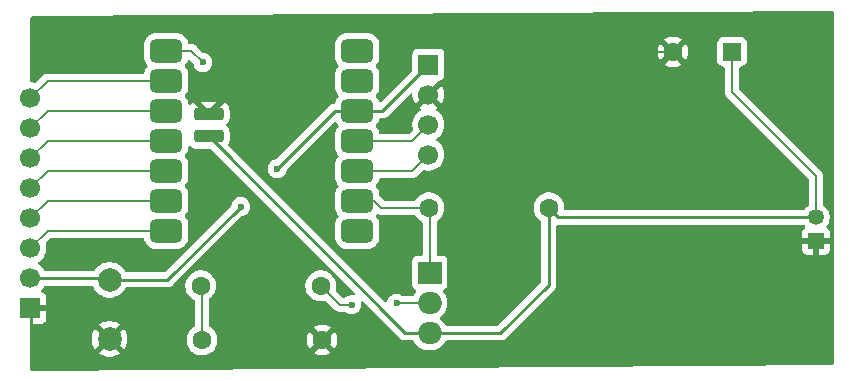
<source format=gbr>
G04 #@! TF.GenerationSoftware,KiCad,Pcbnew,9.0.4*
G04 #@! TF.CreationDate,2026-01-27T17:59:56-08:00*
G04 #@! TF.ProjectId,e-ink_PCB,652d696e-6b5f-4504-9342-2e6b69636164,rev?*
G04 #@! TF.SameCoordinates,Original*
G04 #@! TF.FileFunction,Copper,L1,Top*
G04 #@! TF.FilePolarity,Positive*
%FSLAX46Y46*%
G04 Gerber Fmt 4.6, Leading zero omitted, Abs format (unit mm)*
G04 Created by KiCad (PCBNEW 9.0.4) date 2026-01-27 17:59:56*
%MOMM*%
%LPD*%
G01*
G04 APERTURE LIST*
G04 Aperture macros list*
%AMRoundRect*
0 Rectangle with rounded corners*
0 $1 Rounding radius*
0 $2 $3 $4 $5 $6 $7 $8 $9 X,Y pos of 4 corners*
0 Add a 4 corners polygon primitive as box body*
4,1,4,$2,$3,$4,$5,$6,$7,$8,$9,$2,$3,0*
0 Add four circle primitives for the rounded corners*
1,1,$1+$1,$2,$3*
1,1,$1+$1,$4,$5*
1,1,$1+$1,$6,$7*
1,1,$1+$1,$8,$9*
0 Add four rect primitives between the rounded corners*
20,1,$1+$1,$2,$3,$4,$5,0*
20,1,$1+$1,$4,$5,$6,$7,0*
20,1,$1+$1,$6,$7,$8,$9,0*
20,1,$1+$1,$8,$9,$2,$3,0*%
G04 Aperture macros list end*
G04 #@! TA.AperFunction,ComponentPad*
%ADD10RoundRect,0.500000X-0.875000X-0.500000X0.875000X-0.500000X0.875000X0.500000X-0.875000X0.500000X0*%
G04 #@! TD*
G04 #@! TA.AperFunction,ComponentPad*
%ADD11RoundRect,0.275000X0.975000X0.275000X-0.975000X0.275000X-0.975000X-0.275000X0.975000X-0.275000X0*%
G04 #@! TD*
G04 #@! TA.AperFunction,ComponentPad*
%ADD12C,1.700000*%
G04 #@! TD*
G04 #@! TA.AperFunction,ComponentPad*
%ADD13R,1.700000X1.700000*%
G04 #@! TD*
G04 #@! TA.AperFunction,ComponentPad*
%ADD14RoundRect,0.250000X0.550000X0.550000X-0.550000X0.550000X-0.550000X-0.550000X0.550000X-0.550000X0*%
G04 #@! TD*
G04 #@! TA.AperFunction,ComponentPad*
%ADD15C,1.600000*%
G04 #@! TD*
G04 #@! TA.AperFunction,ComponentPad*
%ADD16R,2.000000X1.905000*%
G04 #@! TD*
G04 #@! TA.AperFunction,ComponentPad*
%ADD17O,2.000000X1.905000*%
G04 #@! TD*
G04 #@! TA.AperFunction,ComponentPad*
%ADD18C,2.000000*%
G04 #@! TD*
G04 #@! TA.AperFunction,ComponentPad*
%ADD19R,1.350000X1.350000*%
G04 #@! TD*
G04 #@! TA.AperFunction,ComponentPad*
%ADD20C,1.350000*%
G04 #@! TD*
G04 #@! TA.AperFunction,ViaPad*
%ADD21C,0.600000*%
G04 #@! TD*
G04 #@! TA.AperFunction,Conductor*
%ADD22C,0.200000*%
G04 #@! TD*
G04 #@! TA.AperFunction,Conductor*
%ADD23C,0.254000*%
G04 #@! TD*
G04 APERTURE END LIST*
D10*
G04 #@! TO.P,J1,2,Pin_8*
G04 #@! TO.N,Net-(J1-Pin_8)*
X88000000Y-96420000D03*
G04 #@! TO.P,J1,3,Pin_7*
G04 #@! TO.N,Net-(J2-Pin_8)*
X88000000Y-98960000D03*
G04 #@! TO.P,J1,3.3V,Pin_3*
G04 #@! TO.N,Net-(J2-Pin_2)*
X104165000Y-101500000D03*
G04 #@! TO.P,J1,4,Pin_6*
G04 #@! TO.N,Net-(J2-Pin_7)*
X88000000Y-101500000D03*
G04 #@! TO.P,J1,5,Pin_5*
G04 #@! TO.N,Net-(J2-Pin_6)*
X88000000Y-104040000D03*
G04 #@! TO.P,J1,5V,Pin_1*
G04 #@! TO.N,unconnected-(J1-Pin_1-Pad5V)*
X104165000Y-96420000D03*
G04 #@! TO.P,J1,6,Pin_4*
G04 #@! TO.N,Net-(J2-Pin_5)*
X88000000Y-106580000D03*
G04 #@! TO.P,J1,7,Pin_3*
G04 #@! TO.N,Net-(J2-Pin_4)*
X88000000Y-109120000D03*
G04 #@! TO.P,J1,8,Pin_6*
G04 #@! TO.N,Net-(Q1-G)*
X104165000Y-109120000D03*
G04 #@! TO.P,J1,9,Pin_5*
G04 #@! TO.N,Net-(J3-Pin_4)*
X104165000Y-106580000D03*
G04 #@! TO.P,J1,10,Pin_4*
G04 #@! TO.N,Net-(J3-Pin_3)*
X104165000Y-104040000D03*
G04 #@! TO.P,J1,20,Pin_7*
G04 #@! TO.N,unconnected-(J1-Pin_7-Pad20)*
X104165000Y-111660000D03*
G04 #@! TO.P,J1,21,Pin_2*
G04 #@! TO.N,Net-(J2-Pin_3)*
X88000000Y-111660000D03*
D11*
G04 #@! TO.P,J1,BAT+,Pin_1*
G04 #@! TO.N,Net-(J4-Pin_2)*
X91610000Y-103658000D03*
G04 #@! TO.P,J1,BAT-,Pin_1*
G04 #@! TO.N,GND*
X91610000Y-101753000D03*
D10*
G04 #@! TO.P,J1,GND,Pin_2*
X104165000Y-98960000D03*
G04 #@! TD*
D12*
G04 #@! TO.P,J3,GND,Pin_2*
G04 #@! TO.N,GND*
X110200000Y-100120000D03*
G04 #@! TO.P,J3,SCL,Pin_3*
G04 #@! TO.N,Net-(J3-Pin_3)*
X110200000Y-102660000D03*
G04 #@! TO.P,J3,SDA,Pin_4*
G04 #@! TO.N,Net-(J3-Pin_4)*
X110200000Y-105200000D03*
D13*
G04 #@! TO.P,J3,VIN,Pin_1*
G04 #@! TO.N,Net-(J2-Pin_2)*
X110200000Y-97580000D03*
G04 #@! TD*
D14*
G04 #@! TO.P,J4,+,Pin_2*
G04 #@! TO.N,Net-(J4-Pin_2)*
X135902651Y-96500000D03*
D15*
G04 #@! TO.P,J4,-,Pin_1*
G04 #@! TO.N,GND*
X130902651Y-96500000D03*
G04 #@! TD*
D16*
G04 #@! TO.P,Q1,1,G*
G04 #@! TO.N,Net-(Q1-G)*
X110300000Y-115220000D03*
D17*
G04 #@! TO.P,Q1,2,D*
G04 #@! TO.N,Net-(Q1-D)*
X110300000Y-117760000D03*
G04 #@! TO.P,Q1,3,S*
G04 #@! TO.N,Net-(J4-Pin_2)*
X110300000Y-120300000D03*
G04 #@! TD*
D12*
G04 #@! TO.P,J2,BUSY,Pin_8*
G04 #@! TO.N,Net-(J2-Pin_8)*
X76500000Y-100420000D03*
G04 #@! TO.P,J2,CS,Pin_7*
G04 #@! TO.N,Net-(J2-Pin_7)*
X76500000Y-102960000D03*
G04 #@! TO.P,J2,DC,Pin_6*
G04 #@! TO.N,Net-(J2-Pin_6)*
X76500000Y-105500000D03*
D13*
G04 #@! TO.P,J2,GND,Pin_1*
G04 #@! TO.N,GND*
X76500000Y-118200000D03*
D12*
G04 #@! TO.P,J2,RES,Pin_5*
G04 #@! TO.N,Net-(J2-Pin_5)*
X76500000Y-108040000D03*
G04 #@! TO.P,J2,SCL,Pin_3*
G04 #@! TO.N,Net-(J2-Pin_3)*
X76500000Y-113120000D03*
G04 #@! TO.P,J2,SDA,Pin_4*
G04 #@! TO.N,Net-(J2-Pin_4)*
X76500000Y-110580000D03*
G04 #@! TO.P,J2,VCC,Pin_2*
G04 #@! TO.N,Net-(J2-Pin_2)*
X76500000Y-115660000D03*
G04 #@! TD*
D15*
G04 #@! TO.P,R3,1*
G04 #@! TO.N,Net-(Q1-G)*
X110240000Y-109700000D03*
G04 #@! TO.P,R3,2*
G04 #@! TO.N,Net-(J4-Pin_2)*
X120400000Y-109700000D03*
G04 #@! TD*
D18*
G04 #@! TO.P,C1,1*
G04 #@! TO.N,GND*
X83200000Y-120800000D03*
G04 #@! TO.P,C1,2*
G04 #@! TO.N,Net-(J2-Pin_2)*
X83200000Y-115800000D03*
G04 #@! TD*
D19*
G04 #@! TO.P,J5,1,Pin_1*
G04 #@! TO.N,GND*
X143000000Y-112500000D03*
D20*
G04 #@! TO.P,J5,2,Pin_2*
G04 #@! TO.N,Net-(J4-Pin_2)*
X143000000Y-110500000D03*
G04 #@! TD*
D15*
G04 #@! TO.P,R1,1*
G04 #@! TO.N,Net-(J1-Pin_8)*
X90920000Y-116300000D03*
G04 #@! TO.P,R1,2*
G04 #@! TO.N,Net-(Q1-D)*
X101080000Y-116300000D03*
G04 #@! TD*
G04 #@! TO.P,R2,1*
G04 #@! TO.N,GND*
X101200000Y-120900000D03*
G04 #@! TO.P,R2,2*
G04 #@! TO.N,Net-(J1-Pin_8)*
X91040000Y-120900000D03*
G04 #@! TD*
D21*
G04 #@! TO.N,Net-(J1-Pin_8)*
X91100000Y-97400000D03*
G04 #@! TO.N,Net-(J2-Pin_2)*
X94300000Y-109600000D03*
X97400000Y-106400000D03*
G04 #@! TO.N,Net-(Q1-D)*
X107500000Y-117800000D03*
X103700000Y-117900000D03*
G04 #@! TO.N,GND*
X126100000Y-96500000D03*
X80000000Y-95000000D03*
X79500000Y-119500000D03*
X120000000Y-96500000D03*
X143000000Y-114500000D03*
X140000000Y-120000000D03*
X130000000Y-120000000D03*
X120000000Y-120000000D03*
X140000000Y-95000000D03*
X88000000Y-121500000D03*
X120000000Y-95000000D03*
X141000000Y-112500000D03*
X120000000Y-105000000D03*
X130000000Y-105000000D03*
X110000000Y-95000000D03*
G04 #@! TD*
D22*
G04 #@! TO.N,Net-(J1-Pin_8)*
X91040000Y-120900000D02*
X91040000Y-116420000D01*
X91040000Y-116420000D02*
X90920000Y-116300000D01*
X91100000Y-97400000D02*
X90120000Y-96420000D01*
X90120000Y-96420000D02*
X88000000Y-96420000D01*
D23*
G04 #@! TO.N,Net-(J2-Pin_2)*
X76500000Y-115660000D02*
X83060000Y-115660000D01*
X104165000Y-101500000D02*
X106280000Y-101500000D01*
X88100000Y-115800000D02*
X94300000Y-109600000D01*
X83200000Y-115800000D02*
X88100000Y-115800000D01*
X102300000Y-101500000D02*
X104165000Y-101500000D01*
D22*
X83060000Y-115660000D02*
X83200000Y-115800000D01*
D23*
X106280000Y-101500000D02*
X110200000Y-97580000D01*
X97400000Y-106400000D02*
X102300000Y-101500000D01*
D22*
G04 #@! TO.N,Net-(J2-Pin_3)*
X77960000Y-111660000D02*
X88000000Y-111660000D01*
X76500000Y-113120000D02*
X77960000Y-111660000D01*
G04 #@! TO.N,Net-(J2-Pin_8)*
X76500000Y-100420000D02*
X77960000Y-98960000D01*
X77960000Y-98960000D02*
X88000000Y-98960000D01*
G04 #@! TO.N,Net-(J3-Pin_3)*
X108820000Y-104040000D02*
X110200000Y-102660000D01*
X104165000Y-104040000D02*
X108820000Y-104040000D01*
G04 #@! TO.N,Net-(J3-Pin_4)*
X108820000Y-106580000D02*
X110200000Y-105200000D01*
X104165000Y-106580000D02*
X108820000Y-106580000D01*
G04 #@! TO.N,Net-(J2-Pin_4)*
X77960000Y-109120000D02*
X88000000Y-109120000D01*
X76500000Y-110580000D02*
X77960000Y-109120000D01*
G04 #@! TO.N,Net-(Q1-G)*
X104165000Y-109120000D02*
X105620000Y-109120000D01*
X106200000Y-109700000D02*
X110240000Y-109700000D01*
X105620000Y-109120000D02*
X106200000Y-109700000D01*
X110300000Y-109760000D02*
X110240000Y-109700000D01*
X110300000Y-115220000D02*
X110300000Y-109760000D01*
G04 #@! TO.N,Net-(J2-Pin_5)*
X77960000Y-106580000D02*
X88000000Y-106580000D01*
X76500000Y-108040000D02*
X77960000Y-106580000D01*
G04 #@! TO.N,Net-(J2-Pin_6)*
X76500000Y-105500000D02*
X77960000Y-104040000D01*
X77960000Y-104040000D02*
X88000000Y-104040000D01*
G04 #@! TO.N,Net-(J1-Pin_8)*
X89120000Y-96420000D02*
X88000000Y-96420000D01*
G04 #@! TO.N,Net-(J2-Pin_7)*
X77960000Y-101500000D02*
X88000000Y-101500000D01*
X76500000Y-102960000D02*
X77960000Y-101500000D01*
G04 #@! TO.N,Net-(Q1-D)*
X107540000Y-117760000D02*
X110300000Y-117760000D01*
X101080000Y-116300000D02*
X102680000Y-117900000D01*
X107500000Y-117800000D02*
X107540000Y-117760000D01*
X102680000Y-117900000D02*
X103700000Y-117900000D01*
G04 #@! TO.N,Net-(J4-Pin_2)*
X143000000Y-110500000D02*
X143000000Y-107000000D01*
D23*
X108252000Y-120300000D02*
X110300000Y-120300000D01*
D22*
X135902651Y-99902651D02*
X135902651Y-96500000D01*
D23*
X121199999Y-110499999D02*
X120400000Y-109700000D01*
X143000000Y-110500000D02*
X121199999Y-110499999D01*
X120400000Y-109700000D02*
X120400000Y-116200000D01*
X120400000Y-116200000D02*
X116300000Y-120300000D01*
X116300000Y-120300000D02*
X110300000Y-120300000D01*
D22*
X143000000Y-107000000D02*
X135902651Y-99902651D01*
D23*
X91610000Y-103658000D02*
X108252000Y-120300000D01*
D22*
G04 #@! TO.N,GND*
X113820000Y-96500000D02*
X120000000Y-96500000D01*
X120000000Y-96500000D02*
X126100000Y-96500000D01*
G04 #@! TO.N,Net-(J1-Pin_8)*
X90820000Y-120800000D02*
X91020000Y-121000000D01*
G04 #@! TO.N,GND*
X110200000Y-100120000D02*
X113820000Y-96500000D01*
X126100000Y-96500000D02*
X130902651Y-96500000D01*
G04 #@! TD*
G04 #@! TA.AperFunction,Conductor*
G04 #@! TO.N,GND*
G36*
X144442271Y-93020109D02*
G01*
X144488413Y-93072576D01*
X144500000Y-93124915D01*
X144500000Y-122876908D01*
X144480315Y-122943947D01*
X144427511Y-122989702D01*
X144376912Y-123000905D01*
X76624912Y-123499081D01*
X76557729Y-123479890D01*
X76511587Y-123427423D01*
X76500000Y-123375084D01*
X76500000Y-120681947D01*
X81700000Y-120681947D01*
X81700000Y-120918052D01*
X81736934Y-121151247D01*
X81809897Y-121375802D01*
X81917087Y-121586174D01*
X81977338Y-121669104D01*
X81977340Y-121669105D01*
X82717037Y-120929408D01*
X82734075Y-120992993D01*
X82799901Y-121107007D01*
X82892993Y-121200099D01*
X83007007Y-121265925D01*
X83070590Y-121282962D01*
X82330893Y-122022658D01*
X82413828Y-122082914D01*
X82624197Y-122190102D01*
X82848752Y-122263065D01*
X82848751Y-122263065D01*
X83081948Y-122300000D01*
X83318052Y-122300000D01*
X83551247Y-122263065D01*
X83775802Y-122190102D01*
X83986163Y-122082918D01*
X83986169Y-122082914D01*
X84069104Y-122022658D01*
X84069105Y-122022658D01*
X83329408Y-121282962D01*
X83392993Y-121265925D01*
X83507007Y-121200099D01*
X83600099Y-121107007D01*
X83665925Y-120992993D01*
X83682962Y-120929408D01*
X84422658Y-121669105D01*
X84422658Y-121669104D01*
X84482914Y-121586169D01*
X84482918Y-121586163D01*
X84590102Y-121375802D01*
X84663065Y-121151247D01*
X84700000Y-120918052D01*
X84700000Y-120681947D01*
X84663065Y-120448752D01*
X84590102Y-120224197D01*
X84482914Y-120013828D01*
X84422658Y-119930894D01*
X84422658Y-119930893D01*
X83682962Y-120670590D01*
X83665925Y-120607007D01*
X83600099Y-120492993D01*
X83507007Y-120399901D01*
X83392993Y-120334075D01*
X83329409Y-120317037D01*
X84069105Y-119577340D01*
X84069104Y-119577338D01*
X83986174Y-119517087D01*
X83775802Y-119409897D01*
X83551247Y-119336934D01*
X83551248Y-119336934D01*
X83318052Y-119300000D01*
X83081948Y-119300000D01*
X82848752Y-119336934D01*
X82624197Y-119409897D01*
X82413830Y-119517084D01*
X82330894Y-119577340D01*
X83070591Y-120317037D01*
X83007007Y-120334075D01*
X82892993Y-120399901D01*
X82799901Y-120492993D01*
X82734075Y-120607007D01*
X82717037Y-120670591D01*
X81977340Y-119930894D01*
X81917084Y-120013830D01*
X81809897Y-120224197D01*
X81736934Y-120448752D01*
X81700000Y-120681947D01*
X76500000Y-120681947D01*
X76500000Y-119680000D01*
X76500000Y-118700000D01*
X76565826Y-118700000D01*
X76692993Y-118665925D01*
X76750000Y-118633012D01*
X76750000Y-119550000D01*
X77397828Y-119550000D01*
X77397844Y-119549999D01*
X77457372Y-119543598D01*
X77457379Y-119543596D01*
X77551702Y-119508417D01*
X77592086Y-119493354D01*
X77592093Y-119493350D01*
X77707187Y-119407190D01*
X77707190Y-119407187D01*
X77793350Y-119292093D01*
X77793354Y-119292086D01*
X77843596Y-119157379D01*
X77843598Y-119157372D01*
X77849999Y-119097844D01*
X77850000Y-119097827D01*
X77850000Y-118450000D01*
X76933012Y-118450000D01*
X76965925Y-118392993D01*
X77000000Y-118265826D01*
X77000000Y-118134174D01*
X76965925Y-118007007D01*
X76933012Y-117950000D01*
X77850000Y-117950000D01*
X77850000Y-117302172D01*
X77849999Y-117302155D01*
X77843598Y-117242627D01*
X77843596Y-117242620D01*
X77793354Y-117107913D01*
X77793350Y-117107906D01*
X77707190Y-116992812D01*
X77707187Y-116992809D01*
X77592093Y-116906649D01*
X77592088Y-116906646D01*
X77460528Y-116857577D01*
X77404595Y-116815705D01*
X77380178Y-116750241D01*
X77395030Y-116681968D01*
X77416175Y-116653720D01*
X77530104Y-116539792D01*
X77537186Y-116530044D01*
X77655050Y-116367818D01*
X77661475Y-116355208D01*
X77709448Y-116304411D01*
X77771961Y-116287500D01*
X81690588Y-116287500D01*
X81757627Y-116307185D01*
X81803382Y-116359989D01*
X81808518Y-116373178D01*
X81809433Y-116375995D01*
X81844292Y-116444409D01*
X81916657Y-116586433D01*
X82055483Y-116777510D01*
X82222490Y-116944517D01*
X82413567Y-117083343D01*
X82476498Y-117115408D01*
X82624003Y-117190566D01*
X82624005Y-117190566D01*
X82624008Y-117190568D01*
X82744412Y-117229689D01*
X82848631Y-117263553D01*
X83081903Y-117300500D01*
X83081908Y-117300500D01*
X83318097Y-117300500D01*
X83551368Y-117263553D01*
X83615771Y-117242627D01*
X83775992Y-117190568D01*
X83986433Y-117083343D01*
X84177510Y-116944517D01*
X84344517Y-116777510D01*
X84483343Y-116586433D01*
X84520629Y-116513253D01*
X84529826Y-116495205D01*
X84577801Y-116444409D01*
X84640311Y-116427500D01*
X88161804Y-116427500D01*
X88161805Y-116427499D01*
X88283035Y-116403386D01*
X88368907Y-116367816D01*
X88368908Y-116367816D01*
X88397226Y-116356086D01*
X88397226Y-116356085D01*
X88397233Y-116356083D01*
X88500008Y-116287411D01*
X88587411Y-116200008D01*
X88589771Y-116197648D01*
X89619500Y-116197648D01*
X89619500Y-116402351D01*
X89651522Y-116604534D01*
X89714781Y-116799223D01*
X89769243Y-116906109D01*
X89805489Y-116977246D01*
X89807715Y-116981613D01*
X89928028Y-117147213D01*
X90072786Y-117291971D01*
X90238385Y-117412284D01*
X90238387Y-117412285D01*
X90238390Y-117412287D01*
X90371795Y-117480260D01*
X90422591Y-117528234D01*
X90439500Y-117590745D01*
X90439500Y-119670397D01*
X90419815Y-119737436D01*
X90371800Y-119780879D01*
X90358389Y-119787712D01*
X90192786Y-119908028D01*
X90048028Y-120052786D01*
X89927715Y-120218386D01*
X89834781Y-120400776D01*
X89771522Y-120595465D01*
X89739500Y-120797648D01*
X89739500Y-121002351D01*
X89771522Y-121204534D01*
X89834781Y-121399223D01*
X89898691Y-121524653D01*
X89927585Y-121581359D01*
X89927715Y-121581613D01*
X90048028Y-121747213D01*
X90192786Y-121891971D01*
X90313226Y-121979474D01*
X90358390Y-122012287D01*
X90474607Y-122071503D01*
X90540776Y-122105218D01*
X90540778Y-122105218D01*
X90540781Y-122105220D01*
X90645137Y-122139127D01*
X90735465Y-122168477D01*
X90836557Y-122184488D01*
X90937648Y-122200500D01*
X90937649Y-122200500D01*
X91142351Y-122200500D01*
X91142352Y-122200500D01*
X91344534Y-122168477D01*
X91539219Y-122105220D01*
X91721610Y-122012287D01*
X91814590Y-121944732D01*
X91887213Y-121891971D01*
X91887215Y-121891968D01*
X91887219Y-121891966D01*
X92031966Y-121747219D01*
X92031968Y-121747215D01*
X92031971Y-121747213D01*
X92105107Y-121646548D01*
X92152287Y-121581610D01*
X92245220Y-121399219D01*
X92308477Y-121204534D01*
X92340500Y-121002352D01*
X92340500Y-120797682D01*
X99900000Y-120797682D01*
X99900000Y-121002317D01*
X99932009Y-121204417D01*
X99995244Y-121399031D01*
X100088141Y-121581350D01*
X100088147Y-121581359D01*
X100120523Y-121625921D01*
X100120524Y-121625922D01*
X100800000Y-120946446D01*
X100800000Y-120952661D01*
X100827259Y-121054394D01*
X100879920Y-121145606D01*
X100954394Y-121220080D01*
X101045606Y-121272741D01*
X101147339Y-121300000D01*
X101153553Y-121300000D01*
X100474076Y-121979474D01*
X100518650Y-122011859D01*
X100700968Y-122104755D01*
X100895582Y-122167990D01*
X101097683Y-122200000D01*
X101302317Y-122200000D01*
X101504417Y-122167990D01*
X101699031Y-122104755D01*
X101881349Y-122011859D01*
X101925921Y-121979474D01*
X101246447Y-121300000D01*
X101252661Y-121300000D01*
X101354394Y-121272741D01*
X101445606Y-121220080D01*
X101520080Y-121145606D01*
X101572741Y-121054394D01*
X101600000Y-120952661D01*
X101600000Y-120946447D01*
X102279474Y-121625921D01*
X102311859Y-121581349D01*
X102404755Y-121399031D01*
X102467990Y-121204417D01*
X102500000Y-121002317D01*
X102500000Y-120797682D01*
X102467990Y-120595582D01*
X102404755Y-120400968D01*
X102311859Y-120218650D01*
X102279474Y-120174077D01*
X102279474Y-120174076D01*
X101600000Y-120853551D01*
X101600000Y-120847339D01*
X101572741Y-120745606D01*
X101520080Y-120654394D01*
X101445606Y-120579920D01*
X101354394Y-120527259D01*
X101252661Y-120500000D01*
X101246446Y-120500000D01*
X101925922Y-119820524D01*
X101925921Y-119820523D01*
X101881359Y-119788147D01*
X101881350Y-119788141D01*
X101699031Y-119695244D01*
X101504417Y-119632009D01*
X101302317Y-119600000D01*
X101097683Y-119600000D01*
X100895582Y-119632009D01*
X100700968Y-119695244D01*
X100518644Y-119788143D01*
X100474077Y-119820523D01*
X100474077Y-119820524D01*
X101153554Y-120500000D01*
X101147339Y-120500000D01*
X101045606Y-120527259D01*
X100954394Y-120579920D01*
X100879920Y-120654394D01*
X100827259Y-120745606D01*
X100800000Y-120847339D01*
X100800000Y-120853553D01*
X100120524Y-120174077D01*
X100120523Y-120174077D01*
X100088143Y-120218644D01*
X99995244Y-120400968D01*
X99932009Y-120595582D01*
X99900000Y-120797682D01*
X92340500Y-120797682D01*
X92340500Y-120797648D01*
X92325035Y-120700008D01*
X92308477Y-120595465D01*
X92260057Y-120446446D01*
X92245220Y-120400781D01*
X92245218Y-120400778D01*
X92245218Y-120400776D01*
X92193869Y-120300000D01*
X92152287Y-120218390D01*
X92120092Y-120174077D01*
X92031971Y-120052786D01*
X91887213Y-119908028D01*
X91721610Y-119787712D01*
X91708200Y-119780879D01*
X91657406Y-119732903D01*
X91640500Y-119670397D01*
X91640500Y-117447212D01*
X91660185Y-117380173D01*
X91691613Y-117346895D01*
X91767219Y-117291966D01*
X91911966Y-117147219D01*
X91911968Y-117147215D01*
X91911971Y-117147213D01*
X91996938Y-117030264D01*
X92032287Y-116981610D01*
X92125220Y-116799219D01*
X92188477Y-116604534D01*
X92220500Y-116402352D01*
X92220500Y-116197648D01*
X92188477Y-115995466D01*
X92125220Y-115800781D01*
X92125218Y-115800778D01*
X92125218Y-115800776D01*
X92091503Y-115734607D01*
X92032287Y-115618390D01*
X92024556Y-115607749D01*
X91911971Y-115452786D01*
X91767213Y-115308028D01*
X91601613Y-115187715D01*
X91601612Y-115187714D01*
X91601610Y-115187713D01*
X91511085Y-115141588D01*
X91419223Y-115094781D01*
X91224534Y-115031522D01*
X91049995Y-115003878D01*
X91022352Y-114999500D01*
X90817648Y-114999500D01*
X90793329Y-115003351D01*
X90615465Y-115031522D01*
X90420776Y-115094781D01*
X90238386Y-115187715D01*
X90072786Y-115308028D01*
X89928028Y-115452786D01*
X89807715Y-115618386D01*
X89714781Y-115800776D01*
X89651522Y-115995465D01*
X89619500Y-116197648D01*
X88589771Y-116197648D01*
X94362328Y-110425089D01*
X94423649Y-110391606D01*
X94425648Y-110391189D01*
X94533497Y-110369737D01*
X94679179Y-110309394D01*
X94810289Y-110221789D01*
X94921789Y-110110289D01*
X95009394Y-109979179D01*
X95069737Y-109833497D01*
X95100500Y-109678842D01*
X95100500Y-109521158D01*
X95100500Y-109521155D01*
X95100499Y-109521153D01*
X95089349Y-109465098D01*
X95069737Y-109366503D01*
X95038694Y-109291557D01*
X95009397Y-109220827D01*
X95009390Y-109220814D01*
X94921789Y-109089711D01*
X94921786Y-109089707D01*
X94810292Y-108978213D01*
X94810288Y-108978210D01*
X94679185Y-108890609D01*
X94679172Y-108890602D01*
X94533501Y-108830264D01*
X94533489Y-108830261D01*
X94378845Y-108799500D01*
X94378842Y-108799500D01*
X94221158Y-108799500D01*
X94221155Y-108799500D01*
X94066510Y-108830261D01*
X94066498Y-108830264D01*
X93920827Y-108890602D01*
X93920814Y-108890609D01*
X93789711Y-108978210D01*
X93789707Y-108978213D01*
X93678213Y-109089707D01*
X93678210Y-109089711D01*
X93590609Y-109220814D01*
X93590602Y-109220827D01*
X93530264Y-109366498D01*
X93530261Y-109366508D01*
X93508843Y-109474183D01*
X93476458Y-109536094D01*
X93474907Y-109537672D01*
X87876400Y-115136181D01*
X87815077Y-115169666D01*
X87788719Y-115172500D01*
X84640311Y-115172500D01*
X84573272Y-115152815D01*
X84529826Y-115104795D01*
X84514272Y-115074269D01*
X84483343Y-115013567D01*
X84344517Y-114822490D01*
X84177510Y-114655483D01*
X83986433Y-114516657D01*
X83954696Y-114500486D01*
X83775996Y-114409433D01*
X83551368Y-114336446D01*
X83318097Y-114299500D01*
X83318092Y-114299500D01*
X83081908Y-114299500D01*
X83081903Y-114299500D01*
X82848631Y-114336446D01*
X82624003Y-114409433D01*
X82413566Y-114516657D01*
X82304550Y-114595862D01*
X82222490Y-114655483D01*
X82222488Y-114655485D01*
X82222487Y-114655485D01*
X82055485Y-114822487D01*
X82055485Y-114822488D01*
X82055483Y-114822490D01*
X81952094Y-114964792D01*
X81940038Y-114981386D01*
X81884708Y-115024051D01*
X81839720Y-115032500D01*
X77771961Y-115032500D01*
X77704922Y-115012815D01*
X77661475Y-114964792D01*
X77655050Y-114952181D01*
X77530109Y-114780213D01*
X77379786Y-114629890D01*
X77207820Y-114504951D01*
X77207115Y-114504591D01*
X77199054Y-114500485D01*
X77148259Y-114452512D01*
X77131463Y-114384692D01*
X77153999Y-114318556D01*
X77199054Y-114279515D01*
X77207816Y-114275051D01*
X77284090Y-114219635D01*
X77379786Y-114150109D01*
X77379788Y-114150106D01*
X77379792Y-114150104D01*
X77530104Y-113999792D01*
X77530106Y-113999788D01*
X77530109Y-113999786D01*
X77655048Y-113827820D01*
X77655047Y-113827820D01*
X77655051Y-113827816D01*
X77751557Y-113638412D01*
X77817246Y-113436243D01*
X77850500Y-113226287D01*
X77850500Y-113013713D01*
X77817246Y-112803757D01*
X77803506Y-112761473D01*
X77801512Y-112691635D01*
X77833753Y-112635480D01*
X78172418Y-112296817D01*
X78233740Y-112263334D01*
X78260098Y-112260500D01*
X86019610Y-112260500D01*
X86086649Y-112280185D01*
X86132404Y-112332989D01*
X86138823Y-112350382D01*
X86156507Y-112412184D01*
X86191089Y-112533045D01*
X86191090Y-112533048D01*
X86191091Y-112533049D01*
X86285302Y-112713407D01*
X86285304Y-112713409D01*
X86413890Y-112871109D01*
X86507803Y-112947684D01*
X86571593Y-112999698D01*
X86751951Y-113093909D01*
X86947582Y-113149886D01*
X87066963Y-113160500D01*
X88933036Y-113160499D01*
X89052418Y-113149886D01*
X89248049Y-113093909D01*
X89428407Y-112999698D01*
X89586109Y-112871109D01*
X89714698Y-112713407D01*
X89808909Y-112533049D01*
X89864886Y-112337418D01*
X89875500Y-112218037D01*
X89875499Y-111101964D01*
X89864886Y-110982582D01*
X89816158Y-110812286D01*
X89808910Y-110786954D01*
X89808909Y-110786953D01*
X89808909Y-110786951D01*
X89714698Y-110606593D01*
X89601983Y-110468359D01*
X89574875Y-110403965D01*
X89586884Y-110335135D01*
X89601981Y-110311642D01*
X89714698Y-110173407D01*
X89808909Y-109993049D01*
X89864886Y-109797418D01*
X89875500Y-109678037D01*
X89875499Y-108561964D01*
X89864886Y-108442582D01*
X89808909Y-108246951D01*
X89714698Y-108066593D01*
X89601983Y-107928359D01*
X89574875Y-107863965D01*
X89586884Y-107795135D01*
X89601981Y-107771642D01*
X89714698Y-107633407D01*
X89808909Y-107453049D01*
X89864886Y-107257418D01*
X89875500Y-107138037D01*
X89875499Y-106021964D01*
X89864886Y-105902582D01*
X89812189Y-105718414D01*
X89808910Y-105706954D01*
X89808909Y-105706953D01*
X89808909Y-105706951D01*
X89714698Y-105526593D01*
X89601983Y-105388359D01*
X89574875Y-105323965D01*
X89586884Y-105255135D01*
X89601981Y-105231642D01*
X89714698Y-105093407D01*
X89808909Y-104913049D01*
X89864886Y-104717418D01*
X89875500Y-104598037D01*
X89875499Y-104569584D01*
X89895181Y-104502548D01*
X89947984Y-104456791D01*
X90017142Y-104446846D01*
X90080699Y-104475868D01*
X90087180Y-104481903D01*
X90148424Y-104543147D01*
X90296394Y-104636122D01*
X90461343Y-104693841D01*
X90461349Y-104693841D01*
X90461351Y-104693842D01*
X90502750Y-104698506D01*
X90591442Y-104708499D01*
X90591445Y-104708500D01*
X90591448Y-104708500D01*
X91721719Y-104708500D01*
X91788758Y-104728185D01*
X91809400Y-104744819D01*
X103970690Y-116906109D01*
X104004175Y-116967432D01*
X103999191Y-117037124D01*
X103957319Y-117093057D01*
X103891855Y-117117474D01*
X103858819Y-117115408D01*
X103778842Y-117099500D01*
X103621158Y-117099500D01*
X103621155Y-117099500D01*
X103466510Y-117130261D01*
X103466498Y-117130264D01*
X103320827Y-117190602D01*
X103320814Y-117190609D01*
X103189125Y-117278602D01*
X103171078Y-117284252D01*
X103155169Y-117294477D01*
X103124207Y-117298928D01*
X103122447Y-117299480D01*
X103120234Y-117299500D01*
X102980098Y-117299500D01*
X102913059Y-117279815D01*
X102892417Y-117263181D01*
X102374077Y-116744841D01*
X102340592Y-116683518D01*
X102343827Y-116618842D01*
X102348477Y-116604534D01*
X102380500Y-116402352D01*
X102380500Y-116197648D01*
X102348477Y-115995466D01*
X102285220Y-115800781D01*
X102285218Y-115800778D01*
X102285218Y-115800776D01*
X102251503Y-115734607D01*
X102192287Y-115618390D01*
X102184556Y-115607749D01*
X102071971Y-115452786D01*
X101927213Y-115308028D01*
X101761613Y-115187715D01*
X101761612Y-115187714D01*
X101761610Y-115187713D01*
X101671085Y-115141588D01*
X101579223Y-115094781D01*
X101384534Y-115031522D01*
X101209995Y-115003878D01*
X101182352Y-114999500D01*
X100977648Y-114999500D01*
X100953329Y-115003351D01*
X100775465Y-115031522D01*
X100580776Y-115094781D01*
X100398386Y-115187715D01*
X100232786Y-115308028D01*
X100088028Y-115452786D01*
X99967715Y-115618386D01*
X99874781Y-115800776D01*
X99811522Y-115995465D01*
X99779500Y-116197648D01*
X99779500Y-116402351D01*
X99811522Y-116604534D01*
X99874781Y-116799223D01*
X99929243Y-116906109D01*
X99965489Y-116977246D01*
X99967715Y-116981613D01*
X100088028Y-117147213D01*
X100232786Y-117291971D01*
X100387749Y-117404556D01*
X100398390Y-117412287D01*
X100514607Y-117471503D01*
X100580776Y-117505218D01*
X100580778Y-117505218D01*
X100580781Y-117505220D01*
X100651611Y-117528234D01*
X100775465Y-117568477D01*
X100876557Y-117584488D01*
X100977648Y-117600500D01*
X100977649Y-117600500D01*
X101182351Y-117600500D01*
X101182352Y-117600500D01*
X101384534Y-117568477D01*
X101398842Y-117563827D01*
X101468679Y-117561831D01*
X101524841Y-117594077D01*
X102311284Y-118380520D01*
X102311286Y-118380521D01*
X102311290Y-118380524D01*
X102431628Y-118450000D01*
X102448216Y-118459577D01*
X102600943Y-118500501D01*
X102600945Y-118500501D01*
X102766654Y-118500501D01*
X102766670Y-118500500D01*
X103120234Y-118500500D01*
X103187273Y-118520185D01*
X103189125Y-118521398D01*
X103320814Y-118609390D01*
X103320827Y-118609397D01*
X103434722Y-118656573D01*
X103466503Y-118669737D01*
X103618644Y-118700000D01*
X103621153Y-118700499D01*
X103621156Y-118700500D01*
X103621158Y-118700500D01*
X103778844Y-118700500D01*
X103778845Y-118700499D01*
X103933497Y-118669737D01*
X104079179Y-118609394D01*
X104210289Y-118521789D01*
X104321789Y-118410289D01*
X104409394Y-118279179D01*
X104469737Y-118133497D01*
X104500500Y-117978842D01*
X104500500Y-117821158D01*
X104500500Y-117821155D01*
X104484592Y-117741182D01*
X104490819Y-117671590D01*
X104533682Y-117616413D01*
X104599572Y-117593168D01*
X104667569Y-117609236D01*
X104693890Y-117629309D01*
X107764589Y-120700008D01*
X107810187Y-120745606D01*
X107851994Y-120787413D01*
X107851996Y-120787414D01*
X107954756Y-120856076D01*
X107954760Y-120856078D01*
X107954767Y-120856083D01*
X108010232Y-120879057D01*
X108068965Y-120903385D01*
X108068969Y-120903385D01*
X108068970Y-120903386D01*
X108190194Y-120927500D01*
X108190197Y-120927500D01*
X108313803Y-120927500D01*
X108865500Y-120927500D01*
X108932539Y-120947185D01*
X108975983Y-120995203D01*
X109009783Y-121061538D01*
X109144214Y-121246566D01*
X109305934Y-121408286D01*
X109490962Y-121542717D01*
X109654259Y-121625921D01*
X109694744Y-121646549D01*
X109912251Y-121717221D01*
X109912252Y-121717221D01*
X109912255Y-121717222D01*
X110138146Y-121753000D01*
X110138147Y-121753000D01*
X110461853Y-121753000D01*
X110461854Y-121753000D01*
X110687745Y-121717222D01*
X110687748Y-121717221D01*
X110687749Y-121717221D01*
X110905255Y-121646549D01*
X110905255Y-121646548D01*
X110905258Y-121646548D01*
X111109038Y-121542717D01*
X111294066Y-121408286D01*
X111455786Y-121246566D01*
X111590217Y-121061538D01*
X111624016Y-120995203D01*
X111671989Y-120944409D01*
X111734500Y-120927500D01*
X116361804Y-120927500D01*
X116361805Y-120927499D01*
X116483035Y-120903386D01*
X116563784Y-120869937D01*
X116597233Y-120856083D01*
X116700008Y-120787411D01*
X116787411Y-120700008D01*
X120887411Y-116600008D01*
X120956083Y-116497233D01*
X120956084Y-116497230D01*
X120956086Y-116497227D01*
X120977963Y-116444409D01*
X120990786Y-116413452D01*
X121003386Y-116383034D01*
X121027500Y-116261803D01*
X121027500Y-116138196D01*
X121027500Y-111251499D01*
X121047185Y-111184460D01*
X121099989Y-111138705D01*
X121151500Y-111127499D01*
X141939726Y-111127499D01*
X141944975Y-111129040D01*
X141950337Y-111127954D01*
X141978141Y-111138779D01*
X142006765Y-111147184D01*
X142011699Y-111151844D01*
X142015446Y-111153303D01*
X142040044Y-111178614D01*
X142078840Y-111232012D01*
X142102320Y-111297818D01*
X142086495Y-111365872D01*
X142052833Y-111404164D01*
X141967809Y-111467813D01*
X141881649Y-111582906D01*
X141881645Y-111582913D01*
X141831403Y-111717620D01*
X141831401Y-111717627D01*
X141825000Y-111777155D01*
X141825000Y-112250000D01*
X142684314Y-112250000D01*
X142679920Y-112254394D01*
X142627259Y-112345606D01*
X142600000Y-112447339D01*
X142600000Y-112552661D01*
X142627259Y-112654394D01*
X142679920Y-112745606D01*
X142684314Y-112750000D01*
X141825000Y-112750000D01*
X141825000Y-113222844D01*
X141831401Y-113282372D01*
X141831403Y-113282379D01*
X141881645Y-113417086D01*
X141881649Y-113417093D01*
X141967809Y-113532187D01*
X141967812Y-113532190D01*
X142082906Y-113618350D01*
X142082913Y-113618354D01*
X142217620Y-113668596D01*
X142217627Y-113668598D01*
X142277155Y-113674999D01*
X142277172Y-113675000D01*
X142750000Y-113675000D01*
X142750000Y-112815686D01*
X142754394Y-112820080D01*
X142845606Y-112872741D01*
X142947339Y-112900000D01*
X143052661Y-112900000D01*
X143154394Y-112872741D01*
X143245606Y-112820080D01*
X143250000Y-112815686D01*
X143250000Y-113675000D01*
X143722828Y-113675000D01*
X143722844Y-113674999D01*
X143782372Y-113668598D01*
X143782379Y-113668596D01*
X143917086Y-113618354D01*
X143917093Y-113618350D01*
X144032187Y-113532190D01*
X144032190Y-113532187D01*
X144118350Y-113417093D01*
X144118354Y-113417086D01*
X144168596Y-113282379D01*
X144168598Y-113282372D01*
X144174999Y-113222844D01*
X144175000Y-113222827D01*
X144175000Y-112750000D01*
X143315686Y-112750000D01*
X143320080Y-112745606D01*
X143372741Y-112654394D01*
X143400000Y-112552661D01*
X143400000Y-112447339D01*
X143372741Y-112345606D01*
X143320080Y-112254394D01*
X143315686Y-112250000D01*
X144175000Y-112250000D01*
X144175000Y-111777172D01*
X144174999Y-111777155D01*
X144168598Y-111717627D01*
X144168596Y-111717620D01*
X144118354Y-111582913D01*
X144118350Y-111582906D01*
X144032190Y-111467812D01*
X143947166Y-111404162D01*
X143905296Y-111348228D01*
X143900312Y-111278536D01*
X143921157Y-111232015D01*
X144005378Y-111116096D01*
X144089379Y-110951235D01*
X144146555Y-110775264D01*
X144175500Y-110592514D01*
X144175500Y-110407486D01*
X144146555Y-110224736D01*
X144104556Y-110095475D01*
X144089380Y-110048767D01*
X144089379Y-110048764D01*
X144005377Y-109883903D01*
X143896621Y-109734213D01*
X143765787Y-109603379D01*
X143651615Y-109520428D01*
X143608949Y-109465098D01*
X143600500Y-109420110D01*
X143600500Y-106920943D01*
X143597647Y-106910293D01*
X143562516Y-106779185D01*
X143559577Y-106768215D01*
X143518595Y-106697232D01*
X143518595Y-106697231D01*
X143480524Y-106631290D01*
X143480521Y-106631286D01*
X143480520Y-106631284D01*
X143368716Y-106519480D01*
X143368715Y-106519479D01*
X143364385Y-106515149D01*
X143364374Y-106515139D01*
X136539470Y-99690235D01*
X136505985Y-99628912D01*
X136503151Y-99602554D01*
X136503151Y-97912162D01*
X136522836Y-97845123D01*
X136575640Y-97799368D01*
X136601203Y-97790907D01*
X136605439Y-97789999D01*
X136605448Y-97789999D01*
X136771985Y-97734814D01*
X136921307Y-97642712D01*
X137045363Y-97518656D01*
X137137465Y-97369334D01*
X137192650Y-97202797D01*
X137203151Y-97100009D01*
X137203150Y-95899992D01*
X137192650Y-95797203D01*
X137137465Y-95630666D01*
X137045363Y-95481344D01*
X136921307Y-95357288D01*
X136771985Y-95265186D01*
X136605448Y-95210001D01*
X136605446Y-95210000D01*
X136502661Y-95199500D01*
X135302649Y-95199500D01*
X135302632Y-95199501D01*
X135199854Y-95210000D01*
X135199851Y-95210001D01*
X135033319Y-95265185D01*
X135033314Y-95265187D01*
X134883993Y-95357289D01*
X134759940Y-95481342D01*
X134667838Y-95630663D01*
X134667837Y-95630666D01*
X134612652Y-95797203D01*
X134612652Y-95797204D01*
X134612651Y-95797204D01*
X134602151Y-95899983D01*
X134602151Y-97100001D01*
X134602152Y-97100018D01*
X134612651Y-97202796D01*
X134612652Y-97202799D01*
X134651871Y-97321153D01*
X134667837Y-97369334D01*
X134759939Y-97518656D01*
X134883995Y-97642712D01*
X135033317Y-97734814D01*
X135199854Y-97789999D01*
X135199860Y-97789999D01*
X135204099Y-97790907D01*
X135265535Y-97824185D01*
X135299227Y-97885394D01*
X135302151Y-97912162D01*
X135302151Y-99815981D01*
X135302150Y-99815999D01*
X135302150Y-99981705D01*
X135302149Y-99981705D01*
X135323524Y-100061476D01*
X135343074Y-100134436D01*
X135353006Y-100151639D01*
X135372009Y-100184551D01*
X135372010Y-100184555D01*
X135372011Y-100184555D01*
X135389956Y-100215638D01*
X135422130Y-100271365D01*
X135422132Y-100271368D01*
X135541000Y-100390236D01*
X135541006Y-100390241D01*
X142363181Y-107212416D01*
X142396666Y-107273739D01*
X142399500Y-107300097D01*
X142399500Y-109420110D01*
X142379815Y-109487149D01*
X142348385Y-109520428D01*
X142234216Y-109603376D01*
X142234210Y-109603381D01*
X142103381Y-109734210D01*
X142103374Y-109734219D01*
X142040043Y-109821385D01*
X141984713Y-109864051D01*
X141939726Y-109872499D01*
X121824500Y-109872499D01*
X121757461Y-109852814D01*
X121711706Y-109800010D01*
X121700500Y-109748499D01*
X121700500Y-109597648D01*
X121668477Y-109395465D01*
X121605218Y-109200776D01*
X121571503Y-109134607D01*
X121512287Y-109018390D01*
X121483097Y-108978213D01*
X121391971Y-108852786D01*
X121247213Y-108708028D01*
X121081613Y-108587715D01*
X121081612Y-108587714D01*
X121081610Y-108587713D01*
X121024104Y-108558412D01*
X120899223Y-108494781D01*
X120704534Y-108431522D01*
X120529995Y-108403878D01*
X120502352Y-108399500D01*
X120297648Y-108399500D01*
X120273329Y-108403351D01*
X120095465Y-108431522D01*
X119900776Y-108494781D01*
X119718386Y-108587715D01*
X119552786Y-108708028D01*
X119408028Y-108852786D01*
X119287715Y-109018386D01*
X119194781Y-109200776D01*
X119131522Y-109395465D01*
X119099500Y-109597648D01*
X119099500Y-109802351D01*
X119131522Y-110004534D01*
X119194781Y-110199223D01*
X119252060Y-110311637D01*
X119281663Y-110369737D01*
X119287715Y-110381613D01*
X119408028Y-110547213D01*
X119552784Y-110691969D01*
X119619572Y-110740492D01*
X119718390Y-110812287D01*
X119718395Y-110812289D01*
X119721384Y-110814461D01*
X119764051Y-110869791D01*
X119772500Y-110914780D01*
X119772500Y-115888719D01*
X119752815Y-115955758D01*
X119736181Y-115976400D01*
X116076400Y-119636181D01*
X116015077Y-119669666D01*
X115988719Y-119672500D01*
X111734500Y-119672500D01*
X111667461Y-119652815D01*
X111624015Y-119604795D01*
X111610025Y-119577338D01*
X111590217Y-119538462D01*
X111455786Y-119353434D01*
X111294066Y-119191714D01*
X111209559Y-119130316D01*
X111166896Y-119074988D01*
X111160917Y-119005375D01*
X111193523Y-118943580D01*
X111209556Y-118929685D01*
X111294066Y-118868286D01*
X111455786Y-118706566D01*
X111590217Y-118521538D01*
X111694048Y-118317758D01*
X111753918Y-118133497D01*
X111764721Y-118100249D01*
X111764721Y-118100248D01*
X111764722Y-118100245D01*
X111800500Y-117874354D01*
X111800500Y-117645646D01*
X111764722Y-117419755D01*
X111764721Y-117419751D01*
X111764721Y-117419750D01*
X111694049Y-117202244D01*
X111657372Y-117130261D01*
X111590217Y-116998462D01*
X111457472Y-116815755D01*
X111433994Y-116749953D01*
X111449819Y-116681899D01*
X111499925Y-116633204D01*
X111514455Y-116626692D01*
X111542331Y-116616296D01*
X111657546Y-116530046D01*
X111743796Y-116414831D01*
X111794091Y-116279983D01*
X111800500Y-116220373D01*
X111800499Y-114219628D01*
X111794091Y-114160017D01*
X111743796Y-114025169D01*
X111743795Y-114025168D01*
X111743793Y-114025164D01*
X111657547Y-113909955D01*
X111657544Y-113909952D01*
X111542335Y-113823706D01*
X111542328Y-113823702D01*
X111407482Y-113773408D01*
X111407483Y-113773408D01*
X111347883Y-113767001D01*
X111347881Y-113767000D01*
X111347873Y-113767000D01*
X111347865Y-113767000D01*
X111024500Y-113767000D01*
X110957461Y-113747315D01*
X110911706Y-113694511D01*
X110900500Y-113643000D01*
X110900500Y-110890805D01*
X110920185Y-110823766D01*
X110951614Y-110790487D01*
X111087219Y-110691966D01*
X111231966Y-110547219D01*
X111231968Y-110547215D01*
X111231971Y-110547213D01*
X111336045Y-110403965D01*
X111352287Y-110381610D01*
X111445220Y-110199219D01*
X111508477Y-110004534D01*
X111540500Y-109802352D01*
X111540500Y-109597648D01*
X111508477Y-109395466D01*
X111499066Y-109366503D01*
X111445218Y-109200776D01*
X111411503Y-109134607D01*
X111352287Y-109018390D01*
X111323097Y-108978213D01*
X111231971Y-108852786D01*
X111087213Y-108708028D01*
X110921613Y-108587715D01*
X110921612Y-108587714D01*
X110921610Y-108587713D01*
X110864104Y-108558412D01*
X110739223Y-108494781D01*
X110544534Y-108431522D01*
X110369995Y-108403878D01*
X110342352Y-108399500D01*
X110137648Y-108399500D01*
X110113329Y-108403351D01*
X109935465Y-108431522D01*
X109740776Y-108494781D01*
X109558386Y-108587715D01*
X109392786Y-108708028D01*
X109248028Y-108852786D01*
X109127715Y-109018385D01*
X109120883Y-109031795D01*
X109072909Y-109082591D01*
X109010398Y-109099500D01*
X106500097Y-109099500D01*
X106433058Y-109079815D01*
X106412416Y-109063181D01*
X106107590Y-108758355D01*
X106100521Y-108751286D01*
X106100520Y-108751284D01*
X106076814Y-108727578D01*
X106043332Y-108666257D01*
X106043332Y-108666252D01*
X106040499Y-108639901D01*
X106040499Y-108561971D01*
X106040499Y-108561964D01*
X106029886Y-108442582D01*
X105973909Y-108246951D01*
X105879698Y-108066593D01*
X105766983Y-107928359D01*
X105739875Y-107863965D01*
X105751884Y-107795135D01*
X105766981Y-107771642D01*
X105879698Y-107633407D01*
X105973909Y-107453049D01*
X106026174Y-107270387D01*
X106063541Y-107211351D01*
X106126895Y-107181887D01*
X106145390Y-107180500D01*
X108733331Y-107180500D01*
X108733347Y-107180501D01*
X108740943Y-107180501D01*
X108899054Y-107180501D01*
X108899057Y-107180501D01*
X109051785Y-107139577D01*
X109051787Y-107139575D01*
X109051789Y-107139575D01*
X109051790Y-107139574D01*
X109054458Y-107138034D01*
X109062834Y-107133197D01*
X109104062Y-107109395D01*
X109104063Y-107109394D01*
X109188716Y-107060520D01*
X109300520Y-106948716D01*
X109300520Y-106948714D01*
X109310724Y-106938511D01*
X109310728Y-106938506D01*
X109715478Y-106533755D01*
X109776799Y-106500272D01*
X109841473Y-106503506D01*
X109883757Y-106517246D01*
X110093713Y-106550500D01*
X110093714Y-106550500D01*
X110306286Y-106550500D01*
X110306287Y-106550500D01*
X110516243Y-106517246D01*
X110718412Y-106451557D01*
X110907816Y-106355051D01*
X110954473Y-106321153D01*
X111079786Y-106230109D01*
X111079788Y-106230106D01*
X111079792Y-106230104D01*
X111230104Y-106079792D01*
X111230106Y-106079788D01*
X111230109Y-106079786D01*
X111355048Y-105907820D01*
X111355047Y-105907820D01*
X111355051Y-105907816D01*
X111451557Y-105718412D01*
X111517246Y-105516243D01*
X111550500Y-105306287D01*
X111550500Y-105093713D01*
X111517246Y-104883757D01*
X111451557Y-104681588D01*
X111355051Y-104492184D01*
X111355049Y-104492181D01*
X111355048Y-104492179D01*
X111230109Y-104320213D01*
X111079786Y-104169890D01*
X110907820Y-104044951D01*
X110907115Y-104044591D01*
X110899054Y-104040485D01*
X110848259Y-103992512D01*
X110831463Y-103924692D01*
X110853999Y-103858556D01*
X110899054Y-103819515D01*
X110907816Y-103815051D01*
X110929789Y-103799086D01*
X111079786Y-103690109D01*
X111079788Y-103690106D01*
X111079792Y-103690104D01*
X111230104Y-103539792D01*
X111230106Y-103539788D01*
X111230109Y-103539786D01*
X111355048Y-103367820D01*
X111355047Y-103367820D01*
X111355051Y-103367816D01*
X111451557Y-103178412D01*
X111517246Y-102976243D01*
X111550500Y-102766287D01*
X111550500Y-102553713D01*
X111517246Y-102343757D01*
X111451557Y-102141588D01*
X111355051Y-101952184D01*
X111355049Y-101952181D01*
X111355048Y-101952179D01*
X111230109Y-101780213D01*
X111079786Y-101629890D01*
X110907817Y-101504949D01*
X110898504Y-101500204D01*
X110847707Y-101452230D01*
X110830912Y-101384409D01*
X110853449Y-101318274D01*
X110898507Y-101279232D01*
X110907555Y-101274622D01*
X110961716Y-101235270D01*
X110961717Y-101235270D01*
X110329408Y-100602962D01*
X110392993Y-100585925D01*
X110507007Y-100520099D01*
X110600099Y-100427007D01*
X110665925Y-100312993D01*
X110682962Y-100249408D01*
X111315270Y-100881717D01*
X111315270Y-100881716D01*
X111354622Y-100827554D01*
X111451095Y-100638217D01*
X111516757Y-100436130D01*
X111516757Y-100436127D01*
X111550000Y-100226246D01*
X111550000Y-100013753D01*
X111516757Y-99803872D01*
X111516757Y-99803869D01*
X111451095Y-99601782D01*
X111354624Y-99412449D01*
X111315270Y-99358282D01*
X111315269Y-99358282D01*
X110682962Y-99990590D01*
X110665925Y-99927007D01*
X110600099Y-99812993D01*
X110507007Y-99719901D01*
X110392993Y-99654075D01*
X110329408Y-99637037D01*
X110999627Y-98966818D01*
X111060950Y-98933333D01*
X111087308Y-98930499D01*
X111097871Y-98930499D01*
X111097872Y-98930499D01*
X111157483Y-98924091D01*
X111292331Y-98873796D01*
X111407546Y-98787546D01*
X111493796Y-98672331D01*
X111544091Y-98537483D01*
X111550500Y-98477873D01*
X111550499Y-96682128D01*
X111544091Y-96622517D01*
X111535506Y-96599500D01*
X111493797Y-96487671D01*
X111493793Y-96487664D01*
X111478419Y-96467127D01*
X111426432Y-96397682D01*
X129602651Y-96397682D01*
X129602651Y-96602317D01*
X129634660Y-96804417D01*
X129697895Y-96999031D01*
X129790792Y-97181350D01*
X129790798Y-97181359D01*
X129823174Y-97225921D01*
X129823175Y-97225922D01*
X130502651Y-96546446D01*
X130502651Y-96552661D01*
X130529910Y-96654394D01*
X130582571Y-96745606D01*
X130657045Y-96820080D01*
X130748257Y-96872741D01*
X130849990Y-96900000D01*
X130856204Y-96900000D01*
X130176727Y-97579474D01*
X130221301Y-97611859D01*
X130403619Y-97704755D01*
X130598233Y-97767990D01*
X130800334Y-97800000D01*
X131004968Y-97800000D01*
X131207068Y-97767990D01*
X131401682Y-97704755D01*
X131584000Y-97611859D01*
X131628572Y-97579474D01*
X130949098Y-96900000D01*
X130955312Y-96900000D01*
X131057045Y-96872741D01*
X131148257Y-96820080D01*
X131222731Y-96745606D01*
X131275392Y-96654394D01*
X131302651Y-96552661D01*
X131302651Y-96546447D01*
X131982125Y-97225921D01*
X132014510Y-97181349D01*
X132107406Y-96999031D01*
X132170641Y-96804417D01*
X132202651Y-96602317D01*
X132202651Y-96397682D01*
X132170641Y-96195582D01*
X132107406Y-96000968D01*
X132014510Y-95818650D01*
X131982125Y-95774077D01*
X131982125Y-95774076D01*
X131302651Y-96453551D01*
X131302651Y-96447339D01*
X131275392Y-96345606D01*
X131222731Y-96254394D01*
X131148257Y-96179920D01*
X131057045Y-96127259D01*
X130955312Y-96100000D01*
X130949097Y-96100000D01*
X131628573Y-95420524D01*
X131628572Y-95420523D01*
X131584010Y-95388147D01*
X131584001Y-95388141D01*
X131401682Y-95295244D01*
X131207068Y-95232009D01*
X131004968Y-95200000D01*
X130800334Y-95200000D01*
X130598233Y-95232009D01*
X130403619Y-95295244D01*
X130221295Y-95388143D01*
X130176728Y-95420523D01*
X130176728Y-95420524D01*
X130856205Y-96100000D01*
X130849990Y-96100000D01*
X130748257Y-96127259D01*
X130657045Y-96179920D01*
X130582571Y-96254394D01*
X130529910Y-96345606D01*
X130502651Y-96447339D01*
X130502651Y-96453553D01*
X129823175Y-95774077D01*
X129823174Y-95774077D01*
X129790794Y-95818644D01*
X129697895Y-96000968D01*
X129634660Y-96195582D01*
X129602651Y-96397682D01*
X111426432Y-96397682D01*
X111407547Y-96372455D01*
X111407544Y-96372452D01*
X111292335Y-96286206D01*
X111292328Y-96286202D01*
X111157482Y-96235908D01*
X111157483Y-96235908D01*
X111097883Y-96229501D01*
X111097881Y-96229500D01*
X111097873Y-96229500D01*
X111097864Y-96229500D01*
X109302129Y-96229500D01*
X109302123Y-96229501D01*
X109242516Y-96235908D01*
X109107671Y-96286202D01*
X109107664Y-96286206D01*
X108992455Y-96372452D01*
X108992452Y-96372455D01*
X108906206Y-96487664D01*
X108906202Y-96487671D01*
X108855908Y-96622517D01*
X108849501Y-96682116D01*
X108849501Y-96682123D01*
X108849500Y-96682135D01*
X108849500Y-97991718D01*
X108829815Y-98058757D01*
X108813181Y-98079399D01*
X106187759Y-100704820D01*
X106126436Y-100738305D01*
X106056744Y-100733321D01*
X106000811Y-100691449D01*
X105980862Y-100651251D01*
X105973909Y-100626951D01*
X105879698Y-100446593D01*
X105766661Y-100307964D01*
X105739552Y-100243568D01*
X105751561Y-100174738D01*
X105766662Y-100151241D01*
X105879278Y-100013130D01*
X105973442Y-99832861D01*
X106029390Y-99637328D01*
X106029391Y-99637325D01*
X106039999Y-99518000D01*
X106040000Y-99517998D01*
X106040000Y-98402002D01*
X106039999Y-98401999D01*
X106029391Y-98282674D01*
X106029390Y-98282671D01*
X105973442Y-98087138D01*
X105879278Y-97906870D01*
X105766661Y-97768757D01*
X105739552Y-97704361D01*
X105751561Y-97635531D01*
X105766658Y-97612039D01*
X105879698Y-97473407D01*
X105973909Y-97293049D01*
X106029886Y-97097418D01*
X106040500Y-96978037D01*
X106040499Y-95861964D01*
X106029886Y-95742582D01*
X105973909Y-95546951D01*
X105879698Y-95366593D01*
X105821521Y-95295244D01*
X105751109Y-95208890D01*
X105593409Y-95080304D01*
X105593410Y-95080304D01*
X105593407Y-95080302D01*
X105413049Y-94986091D01*
X105413048Y-94986090D01*
X105413045Y-94986089D01*
X105295829Y-94952550D01*
X105217418Y-94930114D01*
X105217415Y-94930113D01*
X105217413Y-94930113D01*
X105151102Y-94924217D01*
X105098037Y-94919500D01*
X105098032Y-94919500D01*
X103231971Y-94919500D01*
X103231965Y-94919500D01*
X103231964Y-94919501D01*
X103220316Y-94920536D01*
X103112584Y-94930113D01*
X102916954Y-94986089D01*
X102826772Y-95033196D01*
X102736593Y-95080302D01*
X102736591Y-95080303D01*
X102736590Y-95080304D01*
X102578890Y-95208890D01*
X102457889Y-95357288D01*
X102450302Y-95366593D01*
X102422131Y-95420524D01*
X102356089Y-95546954D01*
X102311332Y-95703376D01*
X102303826Y-95729611D01*
X102300114Y-95742583D01*
X102300113Y-95742586D01*
X102289500Y-95861966D01*
X102289500Y-96978028D01*
X102289501Y-96978034D01*
X102300113Y-97097415D01*
X102356089Y-97293045D01*
X102356090Y-97293048D01*
X102356091Y-97293049D01*
X102450302Y-97473407D01*
X102454737Y-97478846D01*
X102563338Y-97612035D01*
X102590447Y-97676432D01*
X102578438Y-97745261D01*
X102563338Y-97768757D01*
X102450721Y-97906870D01*
X102356557Y-98087138D01*
X102300609Y-98282671D01*
X102300608Y-98282674D01*
X102290000Y-98401999D01*
X102290000Y-99518000D01*
X102300608Y-99637325D01*
X102300609Y-99637328D01*
X102356557Y-99832861D01*
X102450721Y-100013129D01*
X102563338Y-100151242D01*
X102590447Y-100215638D01*
X102578438Y-100284468D01*
X102563338Y-100307963D01*
X102450305Y-100446587D01*
X102356090Y-100626953D01*
X102309520Y-100789708D01*
X102272152Y-100848746D01*
X102214497Y-100877213D01*
X102116969Y-100896613D01*
X102116960Y-100896616D01*
X102002774Y-100943913D01*
X102002756Y-100943923D01*
X101899992Y-101012587D01*
X101899985Y-101012593D01*
X97337672Y-105574907D01*
X97276349Y-105608392D01*
X97274183Y-105608843D01*
X97166508Y-105630261D01*
X97166498Y-105630264D01*
X97020827Y-105690602D01*
X97020814Y-105690609D01*
X96889711Y-105778210D01*
X96889707Y-105778213D01*
X96778213Y-105889707D01*
X96778210Y-105889711D01*
X96690609Y-106020814D01*
X96690602Y-106020827D01*
X96630264Y-106166498D01*
X96630261Y-106166510D01*
X96599500Y-106321153D01*
X96599500Y-106478846D01*
X96630261Y-106633489D01*
X96630264Y-106633501D01*
X96690602Y-106779172D01*
X96690609Y-106779185D01*
X96778210Y-106910288D01*
X96778213Y-106910292D01*
X96889707Y-107021786D01*
X96889711Y-107021789D01*
X97020814Y-107109390D01*
X97020827Y-107109397D01*
X97166498Y-107169735D01*
X97166503Y-107169737D01*
X97278748Y-107192064D01*
X97321153Y-107200499D01*
X97321156Y-107200500D01*
X97321158Y-107200500D01*
X97478844Y-107200500D01*
X97478845Y-107200499D01*
X97633497Y-107169737D01*
X97779179Y-107109394D01*
X97910289Y-107021789D01*
X98021789Y-106910289D01*
X98109394Y-106779179D01*
X98169737Y-106633497D01*
X98191156Y-106525812D01*
X98223539Y-106463906D01*
X98225035Y-106462382D01*
X102222371Y-102465047D01*
X102283692Y-102431564D01*
X102353384Y-102436548D01*
X102409317Y-102478420D01*
X102419958Y-102495317D01*
X102450302Y-102553407D01*
X102563015Y-102691639D01*
X102590124Y-102756036D01*
X102578115Y-102824865D01*
X102563015Y-102848361D01*
X102450304Y-102986590D01*
X102356089Y-103166954D01*
X102318636Y-103297849D01*
X102303826Y-103349611D01*
X102300114Y-103362583D01*
X102300113Y-103362586D01*
X102289500Y-103481966D01*
X102289500Y-104598028D01*
X102289501Y-104598034D01*
X102300113Y-104717415D01*
X102356089Y-104913045D01*
X102356090Y-104913048D01*
X102356091Y-104913049D01*
X102450302Y-105093407D01*
X102489497Y-105141476D01*
X102563015Y-105231639D01*
X102590124Y-105296036D01*
X102578115Y-105364865D01*
X102563015Y-105388361D01*
X102450304Y-105526590D01*
X102356089Y-105706954D01*
X102318636Y-105837849D01*
X102303826Y-105889611D01*
X102300114Y-105902583D01*
X102300113Y-105902586D01*
X102289500Y-106021966D01*
X102289500Y-107138028D01*
X102289501Y-107138034D01*
X102300113Y-107257415D01*
X102356089Y-107453045D01*
X102356090Y-107453048D01*
X102356091Y-107453049D01*
X102450302Y-107633407D01*
X102489497Y-107681476D01*
X102563015Y-107771639D01*
X102590124Y-107836036D01*
X102578115Y-107904865D01*
X102563015Y-107928361D01*
X102450304Y-108066590D01*
X102356089Y-108246954D01*
X102318636Y-108377849D01*
X102303279Y-108431523D01*
X102300114Y-108442583D01*
X102300113Y-108442586D01*
X102289500Y-108561966D01*
X102289500Y-109678028D01*
X102289501Y-109678034D01*
X102300113Y-109797415D01*
X102356089Y-109993045D01*
X102356090Y-109993048D01*
X102356091Y-109993049D01*
X102450302Y-110173407D01*
X102489497Y-110221476D01*
X102563015Y-110311639D01*
X102590124Y-110376036D01*
X102578115Y-110444865D01*
X102563015Y-110468361D01*
X102450304Y-110606590D01*
X102356089Y-110786954D01*
X102318636Y-110917849D01*
X102303826Y-110969611D01*
X102300114Y-110982583D01*
X102300113Y-110982586D01*
X102289500Y-111101966D01*
X102289500Y-112218028D01*
X102289501Y-112218034D01*
X102300113Y-112337415D01*
X102356089Y-112533045D01*
X102356090Y-112533048D01*
X102356091Y-112533049D01*
X102450302Y-112713407D01*
X102450304Y-112713409D01*
X102578890Y-112871109D01*
X102672803Y-112947684D01*
X102736593Y-112999698D01*
X102916951Y-113093909D01*
X103112582Y-113149886D01*
X103231963Y-113160500D01*
X105098036Y-113160499D01*
X105217418Y-113149886D01*
X105413049Y-113093909D01*
X105593407Y-112999698D01*
X105751109Y-112871109D01*
X105879698Y-112713407D01*
X105973909Y-112533049D01*
X106029886Y-112337418D01*
X106040500Y-112218037D01*
X106040499Y-111101964D01*
X106029886Y-110982582D01*
X105981158Y-110812286D01*
X105973910Y-110786954D01*
X105973909Y-110786953D01*
X105973909Y-110786951D01*
X105879698Y-110606593D01*
X105766984Y-110468360D01*
X105754813Y-110439449D01*
X105740931Y-110411311D01*
X105741363Y-110407498D01*
X105739875Y-110403963D01*
X105745267Y-110373055D01*
X105748801Y-110341886D01*
X105751484Y-110337421D01*
X105751884Y-110335134D01*
X105766980Y-110311644D01*
X105793562Y-110279044D01*
X105851183Y-110239529D01*
X105921021Y-110237438D01*
X105951664Y-110250021D01*
X105968213Y-110259576D01*
X105968214Y-110259576D01*
X105968215Y-110259577D01*
X106120943Y-110300501D01*
X106120946Y-110300501D01*
X106286653Y-110300501D01*
X106286669Y-110300500D01*
X109010398Y-110300500D01*
X109077437Y-110320185D01*
X109120882Y-110368204D01*
X109123354Y-110373055D01*
X109127715Y-110381614D01*
X109248028Y-110547213D01*
X109392786Y-110691971D01*
X109558388Y-110812286D01*
X109631794Y-110849688D01*
X109682590Y-110897662D01*
X109699500Y-110960173D01*
X109699500Y-113643000D01*
X109679815Y-113710039D01*
X109627011Y-113755794D01*
X109575500Y-113767000D01*
X109252130Y-113767000D01*
X109252123Y-113767001D01*
X109192516Y-113773408D01*
X109057671Y-113823702D01*
X109057664Y-113823706D01*
X108942455Y-113909952D01*
X108942452Y-113909955D01*
X108856206Y-114025164D01*
X108856202Y-114025171D01*
X108805908Y-114160017D01*
X108799501Y-114219616D01*
X108799501Y-114219623D01*
X108799500Y-114219635D01*
X108799500Y-116220370D01*
X108799501Y-116220376D01*
X108805908Y-116279983D01*
X108856202Y-116414828D01*
X108856206Y-116414835D01*
X108942452Y-116530044D01*
X108942455Y-116530047D01*
X109057664Y-116616293D01*
X109057669Y-116616296D01*
X109085539Y-116626690D01*
X109141473Y-116668561D01*
X109165891Y-116734024D01*
X109151040Y-116802298D01*
X109142525Y-116815759D01*
X109009783Y-116998461D01*
X108962227Y-117091795D01*
X108914252Y-117142591D01*
X108851742Y-117159500D01*
X108019901Y-117159500D01*
X107952862Y-117139815D01*
X107951010Y-117138602D01*
X107879184Y-117090609D01*
X107879172Y-117090602D01*
X107733501Y-117030264D01*
X107733489Y-117030261D01*
X107578845Y-116999500D01*
X107578842Y-116999500D01*
X107421158Y-116999500D01*
X107421155Y-116999500D01*
X107266510Y-117030261D01*
X107266498Y-117030264D01*
X107120827Y-117090602D01*
X107120814Y-117090609D01*
X106989711Y-117178210D01*
X106989707Y-117178213D01*
X106878213Y-117289707D01*
X106878210Y-117289711D01*
X106790609Y-117420814D01*
X106790602Y-117420827D01*
X106730264Y-117566498D01*
X106730261Y-117566508D01*
X106721709Y-117609503D01*
X106689324Y-117671414D01*
X106628607Y-117705988D01*
X106558838Y-117702247D01*
X106512411Y-117672992D01*
X93289707Y-104450288D01*
X93256222Y-104388965D01*
X93261206Y-104319273D01*
X93272394Y-104296636D01*
X93288122Y-104271606D01*
X93345841Y-104106657D01*
X93360500Y-103976552D01*
X93360500Y-103339448D01*
X93345841Y-103209343D01*
X93288122Y-103044394D01*
X93195147Y-102896424D01*
X93091550Y-102792827D01*
X93058065Y-102731504D01*
X93063049Y-102661812D01*
X93091550Y-102617464D01*
X93194754Y-102514260D01*
X93287669Y-102366386D01*
X93345351Y-102201539D01*
X93359999Y-102071530D01*
X93360000Y-102071526D01*
X93360000Y-101434473D01*
X93359999Y-101434469D01*
X93345351Y-101304460D01*
X93287669Y-101139613D01*
X93194753Y-100991737D01*
X93071262Y-100868246D01*
X92934338Y-100782212D01*
X92010000Y-101706550D01*
X92010000Y-101700339D01*
X91982741Y-101598606D01*
X91930080Y-101507394D01*
X91855606Y-101432920D01*
X91764394Y-101380259D01*
X91662661Y-101353000D01*
X91656448Y-101353000D01*
X92306448Y-100703000D01*
X90913551Y-100703000D01*
X91563552Y-101353000D01*
X91557339Y-101353000D01*
X91455606Y-101380259D01*
X91364394Y-101432920D01*
X91289920Y-101507394D01*
X91237259Y-101598606D01*
X91210000Y-101700339D01*
X91210000Y-101706552D01*
X90285660Y-100782212D01*
X90148739Y-100868245D01*
X90079477Y-100937507D01*
X90018153Y-100970991D01*
X89948462Y-100966006D01*
X89892528Y-100924135D01*
X89868283Y-100860804D01*
X89864886Y-100822582D01*
X89808909Y-100626951D01*
X89714698Y-100446593D01*
X89601983Y-100308359D01*
X89574875Y-100243965D01*
X89586884Y-100175135D01*
X89601981Y-100151642D01*
X89714698Y-100013407D01*
X89808909Y-99833049D01*
X89864886Y-99637418D01*
X89875500Y-99518037D01*
X89875499Y-98401964D01*
X89864886Y-98282582D01*
X89808909Y-98086951D01*
X89714698Y-97906593D01*
X89601983Y-97768359D01*
X89574875Y-97703965D01*
X89586884Y-97635135D01*
X89601981Y-97611642D01*
X89714698Y-97473407D01*
X89808909Y-97293049D01*
X89825470Y-97235170D01*
X89862835Y-97176134D01*
X89926188Y-97146669D01*
X89995414Y-97156133D01*
X90032366Y-97181601D01*
X90265425Y-97414660D01*
X90298910Y-97475983D01*
X90299361Y-97478149D01*
X90330261Y-97633491D01*
X90330264Y-97633501D01*
X90390602Y-97779172D01*
X90390609Y-97779185D01*
X90478210Y-97910288D01*
X90478213Y-97910292D01*
X90589707Y-98021786D01*
X90589711Y-98021789D01*
X90720814Y-98109390D01*
X90720827Y-98109397D01*
X90866498Y-98169735D01*
X90866503Y-98169737D01*
X91021153Y-98200499D01*
X91021156Y-98200500D01*
X91021158Y-98200500D01*
X91178844Y-98200500D01*
X91178845Y-98200499D01*
X91333497Y-98169737D01*
X91479179Y-98109394D01*
X91610289Y-98021789D01*
X91721789Y-97910289D01*
X91809394Y-97779179D01*
X91869737Y-97633497D01*
X91900500Y-97478842D01*
X91900500Y-97321158D01*
X91900500Y-97321155D01*
X91900499Y-97321153D01*
X91881556Y-97225921D01*
X91869737Y-97166503D01*
X91842198Y-97100018D01*
X91809397Y-97020827D01*
X91809390Y-97020814D01*
X91721789Y-96889711D01*
X91721786Y-96889707D01*
X91610292Y-96778213D01*
X91610288Y-96778210D01*
X91479185Y-96690609D01*
X91479172Y-96690602D01*
X91333501Y-96630264D01*
X91333491Y-96630261D01*
X91178149Y-96599361D01*
X91116238Y-96566976D01*
X91114660Y-96565425D01*
X90607590Y-96058355D01*
X90607588Y-96058352D01*
X90488717Y-95939481D01*
X90488716Y-95939480D01*
X90401904Y-95889360D01*
X90401904Y-95889359D01*
X90401900Y-95889358D01*
X90351785Y-95860423D01*
X90199057Y-95819499D01*
X90040943Y-95819499D01*
X90033347Y-95819499D01*
X90033331Y-95819500D01*
X89980390Y-95819500D01*
X89913351Y-95799815D01*
X89867596Y-95747011D01*
X89861176Y-95729617D01*
X89808909Y-95546951D01*
X89714698Y-95366593D01*
X89656521Y-95295244D01*
X89586109Y-95208890D01*
X89428409Y-95080304D01*
X89428410Y-95080304D01*
X89428407Y-95080302D01*
X89248049Y-94986091D01*
X89248048Y-94986090D01*
X89248045Y-94986089D01*
X89130829Y-94952550D01*
X89052418Y-94930114D01*
X89052415Y-94930113D01*
X89052413Y-94930113D01*
X88986102Y-94924217D01*
X88933037Y-94919500D01*
X88933032Y-94919500D01*
X87066971Y-94919500D01*
X87066965Y-94919500D01*
X87066964Y-94919501D01*
X87055316Y-94920536D01*
X86947584Y-94930113D01*
X86751954Y-94986089D01*
X86661772Y-95033196D01*
X86571593Y-95080302D01*
X86571591Y-95080303D01*
X86571590Y-95080304D01*
X86413890Y-95208890D01*
X86292889Y-95357288D01*
X86285302Y-95366593D01*
X86257131Y-95420524D01*
X86191089Y-95546954D01*
X86146332Y-95703376D01*
X86138826Y-95729611D01*
X86135114Y-95742583D01*
X86135113Y-95742586D01*
X86124500Y-95861966D01*
X86124500Y-96978028D01*
X86124501Y-96978034D01*
X86135113Y-97097415D01*
X86191089Y-97293045D01*
X86191090Y-97293048D01*
X86191091Y-97293049D01*
X86285302Y-97473407D01*
X86289737Y-97478846D01*
X86398015Y-97611639D01*
X86425124Y-97676036D01*
X86413115Y-97744865D01*
X86398015Y-97768361D01*
X86302588Y-97885394D01*
X86285302Y-97906593D01*
X86238196Y-97996772D01*
X86191089Y-98086954D01*
X86155496Y-98211347D01*
X86138825Y-98269612D01*
X86101459Y-98328649D01*
X86038105Y-98358113D01*
X86019610Y-98359500D01*
X78046670Y-98359500D01*
X78046654Y-98359499D01*
X78039058Y-98359499D01*
X77880943Y-98359499D01*
X77728215Y-98400423D01*
X77594051Y-98477883D01*
X77591281Y-98479482D01*
X76984522Y-99086241D01*
X76923199Y-99119726D01*
X76858523Y-99116491D01*
X76816245Y-99102754D01*
X76604602Y-99069233D01*
X76541467Y-99039304D01*
X76504536Y-98979992D01*
X76500000Y-98946760D01*
X76500000Y-93623091D01*
X76519685Y-93556052D01*
X76572489Y-93510297D01*
X76623083Y-93499094D01*
X144375089Y-93000918D01*
X144442271Y-93020109D01*
G37*
G04 #@! TD.AperFunction*
G04 #@! TA.AperFunction,Conductor*
G36*
X108769333Y-100000597D02*
G01*
X108825267Y-100042469D01*
X108849684Y-100107933D01*
X108850000Y-100116779D01*
X108850000Y-100226246D01*
X108883242Y-100436127D01*
X108883242Y-100436130D01*
X108948904Y-100638217D01*
X109045375Y-100827550D01*
X109084728Y-100881716D01*
X109717037Y-100249408D01*
X109734075Y-100312993D01*
X109799901Y-100427007D01*
X109892993Y-100520099D01*
X110007007Y-100585925D01*
X110070590Y-100602962D01*
X109438282Y-101235269D01*
X109438282Y-101235270D01*
X109492452Y-101274626D01*
X109492451Y-101274626D01*
X109501495Y-101279234D01*
X109552292Y-101327208D01*
X109569087Y-101395029D01*
X109546550Y-101461164D01*
X109501499Y-101500202D01*
X109492182Y-101504949D01*
X109320213Y-101629890D01*
X109169890Y-101780213D01*
X109044951Y-101952179D01*
X108948444Y-102141585D01*
X108882753Y-102343760D01*
X108849500Y-102553713D01*
X108849500Y-102766286D01*
X108882754Y-102976244D01*
X108882754Y-102976247D01*
X108896491Y-103018523D01*
X108898486Y-103088364D01*
X108866241Y-103144522D01*
X108607582Y-103403182D01*
X108546262Y-103436666D01*
X108519903Y-103439500D01*
X106145390Y-103439500D01*
X106078351Y-103419815D01*
X106032596Y-103367011D01*
X106026176Y-103349617D01*
X105973909Y-103166951D01*
X105879698Y-102986593D01*
X105766983Y-102848359D01*
X105739875Y-102783965D01*
X105751884Y-102715135D01*
X105766981Y-102691642D01*
X105879698Y-102553407D01*
X105973909Y-102373049D01*
X106018449Y-102217387D01*
X106055817Y-102158350D01*
X106119170Y-102128887D01*
X106137665Y-102127500D01*
X106341804Y-102127500D01*
X106341805Y-102127499D01*
X106463035Y-102103386D01*
X106543784Y-102069937D01*
X106577233Y-102056083D01*
X106680008Y-101987411D01*
X106767411Y-101900008D01*
X108638322Y-100029096D01*
X108699642Y-99995613D01*
X108769333Y-100000597D01*
G37*
G04 #@! TD.AperFunction*
G04 #@! TD*
M02*

</source>
